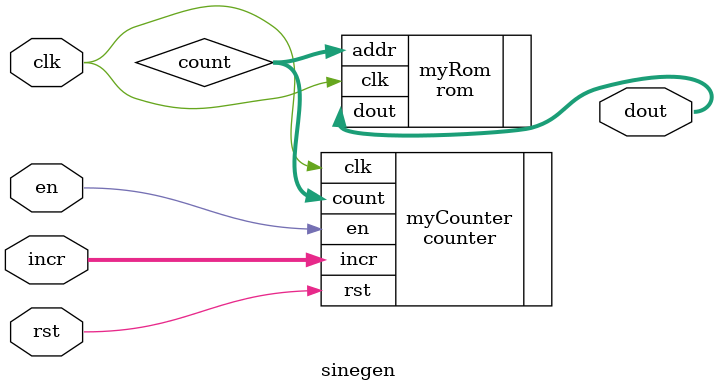
<source format=sv>
module sinegen #(
    parameter WIDTH = 8
)(
    input logic     clk,
    input logic     rst,
    input logic     en,
    input logic  [WIDTH - 1:0]    incr,
    output logic [WIDTH - 1:0]    dout
);

    logic [WIDTH-1:0] count;
    
counter myCounter (
    .clk (clk),
    .rst (rst),
    .en (en),
    .incr (incr),
    .count (count)
);

rom myRom (
    .addr (count),
    .clk (clk),
    .dout (dout)
);

endmodule




</source>
